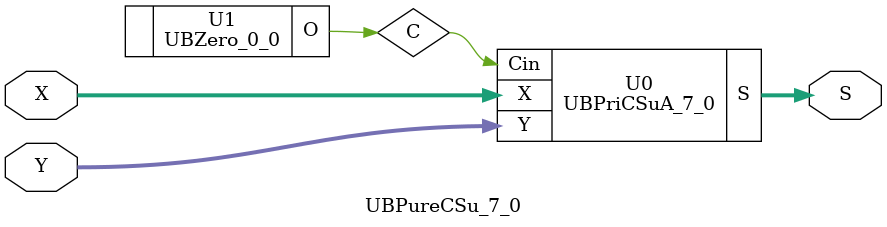
<source format=v>
/*----------------------------------------------------------------------------
  Copyright (c) 2021 Homma laboratory. All rights reserved.

  Top module: UBCSu_7_0_7_0

  Operand-1 length: 8
  Operand-2 length: 8
  Two-operand addition algorithm: Conditional sum adder
----------------------------------------------------------------------------*/

module UBFA_0(C, S, X, Y, Z);
  output C;
  output S;
  input X;
  input Y;
  input Z;
  assign C = ( X & Y ) | ( Y & Z ) | ( Z & X );
  assign S = X ^ Y ^ Z;
endmodule

module UBHCSuB_0_0(C, S, X, Y, Ci);
  output C;
  output S;
  input Ci;
  input X;
  input Y;
  UBFA_0 U0 (C, S, X, Y, Ci);
endmodule

module UBZero_1_1(O);
  output [1:1] O;
  assign O[1] = 0;
endmodule

module UBOne_1(O);
  output O;
  assign O = 1;
endmodule

module UBFA_1(C, S, X, Y, Z);
  output C;
  output S;
  input X;
  input Y;
  input Z;
  assign C = ( X & Y ) | ( Y & Z ) | ( Z & X );
  assign S = X ^ Y ^ Z;
endmodule

module UBCSuB_1_1(C_0, C_1, S_0, S_1, X, Y);
  output C_0;
  output C_1;
  output S_0;
  output S_1;
  input X;
  input Y;
  wire Ci_0;
  wire Ci_1;
  wire Co_0;
  wire Co_1;
  assign C_0 = ( Co_0 & ( ~ Ci_0 ) ) | ( Co_1 & Ci_0 );
  assign C_1 = ( Co_0 & ( ~ Ci_1 ) ) | ( Co_1 & Ci_1 );
  UBZero_1_1 U0 (Ci_0);
  UBOne_1 U1 (Ci_1);
  UBFA_1 U2 (Co_0, S_0, X, Y, Ci_0);
  UBFA_1 U3 (Co_1, S_1, X, Y, Ci_1);
endmodule

module UBHCSuB_1_0(C, S, X, Y, Ci);
  output C;
  output [1:0] S;
  input Ci;
  input [1:0] X;
  input [1:0] Y;
  wire C_0;
  wire C_1;
  wire Co;
  wire S_0;
  wire S_1;
  assign S[1] = ( S_0 & ( ~ Co ) ) | ( S_1 & Co );
  assign C = ( C_0 & ( ~ Co ) ) | ( C_1 & Co );
  UBHCSuB_0_0 U0 (Co, S[0], X[0], Y[0], Ci);
  UBCSuB_1_1 U1 (C_0, C_1, S_0, S_1, X[1], Y[1]);
endmodule

module UBZero_2_2(O);
  output [2:2] O;
  assign O[2] = 0;
endmodule

module UBOne_2(O);
  output O;
  assign O = 1;
endmodule

module UBFA_2(C, S, X, Y, Z);
  output C;
  output S;
  input X;
  input Y;
  input Z;
  assign C = ( X & Y ) | ( Y & Z ) | ( Z & X );
  assign S = X ^ Y ^ Z;
endmodule

module UBCSuB_2_2(C_0, C_1, S_0, S_1, X, Y);
  output C_0;
  output C_1;
  output S_0;
  output S_1;
  input X;
  input Y;
  wire Ci_0;
  wire Ci_1;
  wire Co_0;
  wire Co_1;
  assign C_0 = ( Co_0 & ( ~ Ci_0 ) ) | ( Co_1 & Ci_0 );
  assign C_1 = ( Co_0 & ( ~ Ci_1 ) ) | ( Co_1 & Ci_1 );
  UBZero_2_2 U0 (Ci_0);
  UBOne_2 U1 (Ci_1);
  UBFA_2 U2 (Co_0, S_0, X, Y, Ci_0);
  UBFA_2 U3 (Co_1, S_1, X, Y, Ci_1);
endmodule

module UBZero_3_3(O);
  output [3:3] O;
  assign O[3] = 0;
endmodule

module UBOne_3(O);
  output O;
  assign O = 1;
endmodule

module UBFA_3(C, S, X, Y, Z);
  output C;
  output S;
  input X;
  input Y;
  input Z;
  assign C = ( X & Y ) | ( Y & Z ) | ( Z & X );
  assign S = X ^ Y ^ Z;
endmodule

module UBCSuB_3_3(C_0, C_1, S_0, S_1, X, Y);
  output C_0;
  output C_1;
  output S_0;
  output S_1;
  input X;
  input Y;
  wire Ci_0;
  wire Ci_1;
  wire Co_0;
  wire Co_1;
  assign C_0 = ( Co_0 & ( ~ Ci_0 ) ) | ( Co_1 & Ci_0 );
  assign C_1 = ( Co_0 & ( ~ Ci_1 ) ) | ( Co_1 & Ci_1 );
  UBZero_3_3 U0 (Ci_0);
  UBOne_3 U1 (Ci_1);
  UBFA_3 U2 (Co_0, S_0, X, Y, Ci_0);
  UBFA_3 U3 (Co_1, S_1, X, Y, Ci_1);
endmodule

module UBCSuB_3_2(C_0, C_1, S_0, S_1, X, Y);
  output C_0;
  output C_1;
  output [3:2] S_0;
  output [3:2] S_1;
  input [3:2] X;
  input [3:2] Y;
  wire Ci_0;
  wire Ci_1;
  wire Co_0;
  wire Co_1;
  wire So_0;
  wire So_1;
  assign S_0[3] = ( So_0 & ( ~ Ci_0 ) ) | ( So_1 & Ci_0 );
  assign C_0 = ( Co_0 & ( ~ Ci_0 ) ) | ( Co_1 & Ci_0 );
  assign S_1[3] = ( So_0 & ( ~ Ci_1 ) ) | ( So_1 & Ci_1 );
  assign C_1 = ( Co_0 & ( ~ Ci_1 ) ) | ( Co_1 & Ci_1 );
  UBCSuB_2_2 U0 (Ci_0, Ci_1, S_0[2], S_1[2], X[2], Y[2]);
  UBCSuB_3_3 U1 (Co_0, Co_1, So_0, So_1, X[3], Y[3]);
endmodule

module UBHCSuB_3_0(C, S, X, Y, Ci);
  output C;
  output [3:0] S;
  input Ci;
  input [3:0] X;
  input [3:0] Y;
  wire C_0;
  wire C_1;
  wire Co;
  wire [3:2] S_0;
  wire [3:2] S_1;
  assign S[2] = ( S_0[2] & ( ~ Co ) ) | ( S_1[2] & Co );
  assign S[3] = ( S_0[3] & ( ~ Co ) ) | ( S_1[3] & Co );
  assign C = ( C_0 & ( ~ Co ) ) | ( C_1 & Co );
  UBHCSuB_1_0 U0 (Co, S[1:0], X[1:0], Y[1:0], Ci);
  UBCSuB_3_2 U1 (C_0, C_1, S_0, S_1, X[3:2], Y[3:2]);
endmodule

module UBZero_4_4(O);
  output [4:4] O;
  assign O[4] = 0;
endmodule

module UBOne_4(O);
  output O;
  assign O = 1;
endmodule

module UBFA_4(C, S, X, Y, Z);
  output C;
  output S;
  input X;
  input Y;
  input Z;
  assign C = ( X & Y ) | ( Y & Z ) | ( Z & X );
  assign S = X ^ Y ^ Z;
endmodule

module UBCSuB_4_4(C_0, C_1, S_0, S_1, X, Y);
  output C_0;
  output C_1;
  output S_0;
  output S_1;
  input X;
  input Y;
  wire Ci_0;
  wire Ci_1;
  wire Co_0;
  wire Co_1;
  assign C_0 = ( Co_0 & ( ~ Ci_0 ) ) | ( Co_1 & Ci_0 );
  assign C_1 = ( Co_0 & ( ~ Ci_1 ) ) | ( Co_1 & Ci_1 );
  UBZero_4_4 U0 (Ci_0);
  UBOne_4 U1 (Ci_1);
  UBFA_4 U2 (Co_0, S_0, X, Y, Ci_0);
  UBFA_4 U3 (Co_1, S_1, X, Y, Ci_1);
endmodule

module UBZero_5_5(O);
  output [5:5] O;
  assign O[5] = 0;
endmodule

module UBOne_5(O);
  output O;
  assign O = 1;
endmodule

module UBFA_5(C, S, X, Y, Z);
  output C;
  output S;
  input X;
  input Y;
  input Z;
  assign C = ( X & Y ) | ( Y & Z ) | ( Z & X );
  assign S = X ^ Y ^ Z;
endmodule

module UBCSuB_5_5(C_0, C_1, S_0, S_1, X, Y);
  output C_0;
  output C_1;
  output S_0;
  output S_1;
  input X;
  input Y;
  wire Ci_0;
  wire Ci_1;
  wire Co_0;
  wire Co_1;
  assign C_0 = ( Co_0 & ( ~ Ci_0 ) ) | ( Co_1 & Ci_0 );
  assign C_1 = ( Co_0 & ( ~ Ci_1 ) ) | ( Co_1 & Ci_1 );
  UBZero_5_5 U0 (Ci_0);
  UBOne_5 U1 (Ci_1);
  UBFA_5 U2 (Co_0, S_0, X, Y, Ci_0);
  UBFA_5 U3 (Co_1, S_1, X, Y, Ci_1);
endmodule

module UBCSuB_5_4(C_0, C_1, S_0, S_1, X, Y);
  output C_0;
  output C_1;
  output [5:4] S_0;
  output [5:4] S_1;
  input [5:4] X;
  input [5:4] Y;
  wire Ci_0;
  wire Ci_1;
  wire Co_0;
  wire Co_1;
  wire So_0;
  wire So_1;
  assign S_0[5] = ( So_0 & ( ~ Ci_0 ) ) | ( So_1 & Ci_0 );
  assign C_0 = ( Co_0 & ( ~ Ci_0 ) ) | ( Co_1 & Ci_0 );
  assign S_1[5] = ( So_0 & ( ~ Ci_1 ) ) | ( So_1 & Ci_1 );
  assign C_1 = ( Co_0 & ( ~ Ci_1 ) ) | ( Co_1 & Ci_1 );
  UBCSuB_4_4 U0 (Ci_0, Ci_1, S_0[4], S_1[4], X[4], Y[4]);
  UBCSuB_5_5 U1 (Co_0, Co_1, So_0, So_1, X[5], Y[5]);
endmodule

module UBZero_6_6(O);
  output [6:6] O;
  assign O[6] = 0;
endmodule

module UBOne_6(O);
  output O;
  assign O = 1;
endmodule

module UBFA_6(C, S, X, Y, Z);
  output C;
  output S;
  input X;
  input Y;
  input Z;
  assign C = ( X & Y ) | ( Y & Z ) | ( Z & X );
  assign S = X ^ Y ^ Z;
endmodule

module UBCSuB_6_6(C_0, C_1, S_0, S_1, X, Y);
  output C_0;
  output C_1;
  output S_0;
  output S_1;
  input X;
  input Y;
  wire Ci_0;
  wire Ci_1;
  wire Co_0;
  wire Co_1;
  assign C_0 = ( Co_0 & ( ~ Ci_0 ) ) | ( Co_1 & Ci_0 );
  assign C_1 = ( Co_0 & ( ~ Ci_1 ) ) | ( Co_1 & Ci_1 );
  UBZero_6_6 U0 (Ci_0);
  UBOne_6 U1 (Ci_1);
  UBFA_6 U2 (Co_0, S_0, X, Y, Ci_0);
  UBFA_6 U3 (Co_1, S_1, X, Y, Ci_1);
endmodule

module UBZero_7_7(O);
  output [7:7] O;
  assign O[7] = 0;
endmodule

module UBOne_7(O);
  output O;
  assign O = 1;
endmodule

module UBFA_7(C, S, X, Y, Z);
  output C;
  output S;
  input X;
  input Y;
  input Z;
  assign C = ( X & Y ) | ( Y & Z ) | ( Z & X );
  assign S = X ^ Y ^ Z;
endmodule

module UBCSuB_7_7(C_0, C_1, S_0, S_1, X, Y);
  output C_0;
  output C_1;
  output S_0;
  output S_1;
  input X;
  input Y;
  wire Ci_0;
  wire Ci_1;
  wire Co_0;
  wire Co_1;
  assign C_0 = ( Co_0 & ( ~ Ci_0 ) ) | ( Co_1 & Ci_0 );
  assign C_1 = ( Co_0 & ( ~ Ci_1 ) ) | ( Co_1 & Ci_1 );
  UBZero_7_7 U0 (Ci_0);
  UBOne_7 U1 (Ci_1);
  UBFA_7 U2 (Co_0, S_0, X, Y, Ci_0);
  UBFA_7 U3 (Co_1, S_1, X, Y, Ci_1);
endmodule

module UBCSuB_7_6(C_0, C_1, S_0, S_1, X, Y);
  output C_0;
  output C_1;
  output [7:6] S_0;
  output [7:6] S_1;
  input [7:6] X;
  input [7:6] Y;
  wire Ci_0;
  wire Ci_1;
  wire Co_0;
  wire Co_1;
  wire So_0;
  wire So_1;
  assign S_0[7] = ( So_0 & ( ~ Ci_0 ) ) | ( So_1 & Ci_0 );
  assign C_0 = ( Co_0 & ( ~ Ci_0 ) ) | ( Co_1 & Ci_0 );
  assign S_1[7] = ( So_0 & ( ~ Ci_1 ) ) | ( So_1 & Ci_1 );
  assign C_1 = ( Co_0 & ( ~ Ci_1 ) ) | ( Co_1 & Ci_1 );
  UBCSuB_6_6 U0 (Ci_0, Ci_1, S_0[6], S_1[6], X[6], Y[6]);
  UBCSuB_7_7 U1 (Co_0, Co_1, So_0, So_1, X[7], Y[7]);
endmodule

module UBCSuB_7_4(C_0, C_1, S_0, S_1, X, Y);
  output C_0;
  output C_1;
  output [7:4] S_0;
  output [7:4] S_1;
  input [7:4] X;
  input [7:4] Y;
  wire Ci_0;
  wire Ci_1;
  wire Co_0;
  wire Co_1;
  wire [7:6] So_0;
  wire [7:6] So_1;
  assign S_0[6] = ( So_0[6] & ( ~ Ci_0 ) ) | ( So_1[6] & Ci_0 );
  assign S_0[7] = ( So_0[7] & ( ~ Ci_0 ) ) | ( So_1[7] & Ci_0 );
  assign C_0 = ( Co_0 & ( ~ Ci_0 ) ) | ( Co_1 & Ci_0 );
  assign S_1[6] = ( So_0[6] & ( ~ Ci_1 ) ) | ( So_1[6] & Ci_1 );
  assign S_1[7] = ( So_0[7] & ( ~ Ci_1 ) ) | ( So_1[7] & Ci_1 );
  assign C_1 = ( Co_0 & ( ~ Ci_1 ) ) | ( Co_1 & Ci_1 );
  UBCSuB_5_4 U0 (Ci_0, Ci_1, S_0[5:4], S_1[5:4], X[5:4], Y[5:4]);
  UBCSuB_7_6 U1 (Co_0, Co_1, So_0, So_1, X[7:6], Y[7:6]);
endmodule

module UBPriCSuA_7_0(S, X, Y, Cin);
  output [8:0] S;
  input Cin;
  input [7:0] X;
  input [7:0] Y;
  wire C_0;
  wire C_1;
  wire Co;
  wire [7:4] S_0;
  wire [7:4] S_1;
  assign S[4] = ( S_0[4] & ( ~ Co ) ) | ( S_1[4] & Co );
  assign S[5] = ( S_0[5] & ( ~ Co ) ) | ( S_1[5] & Co );
  assign S[6] = ( S_0[6] & ( ~ Co ) ) | ( S_1[6] & Co );
  assign S[7] = ( S_0[7] & ( ~ Co ) ) | ( S_1[7] & Co );
  assign S[8] = ( C_0 & ( ~ Co ) ) | ( C_1 & Co );
  UBHCSuB_3_0 U0 (Co, S[3:0], X[3:0], Y[3:0], Cin);
  UBCSuB_7_4 U1 (C_0, C_1, S_0, S_1, X[7:4], Y[7:4]);
endmodule

module UBZero_0_0(O);
  output [0:0] O;
  assign O[0] = 0;
endmodule

module UBCSu_7_0_7_0 (S, X, Y);
  output [8:0] S;
  input [7:0] X;
  input [7:0] Y;
  UBPureCSu_7_0 U0 (S[8:0], X[7:0], Y[7:0]);
endmodule

module UBPureCSu_7_0 (S, X, Y);
  output [8:0] S;
  input [7:0] X;
  input [7:0] Y;
  wire C;
  UBPriCSuA_7_0 U0 (S, X, Y, C);
  UBZero_0_0 U1 (C);
endmodule


</source>
